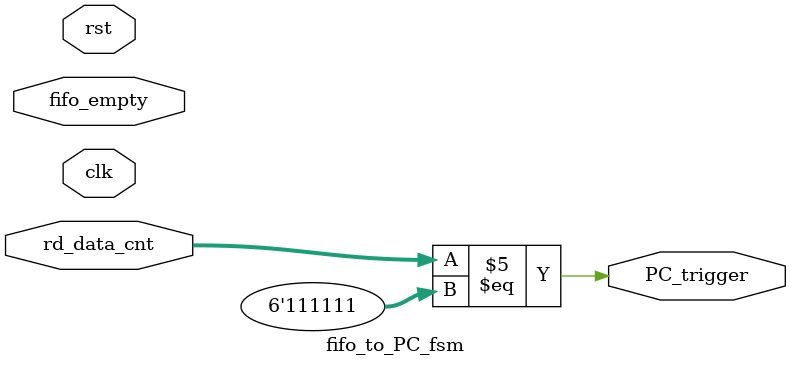
<source format=v>
`timescale 1ns / 1ps

`define RESET 2'b00
`define FIFO_out_WAIT 2'b01
`define FIFO_out_READ 2'b10

module fifo_to_PC_fsm(
    input wire rst,
    input wire clk,
    input wire fifo_empty,
    input wire [5:0] rd_data_cnt,
    output wire PC_trigger
    );
    
    reg [1:0] state;
    reg [1:0] state_next;
    
//    wire PC_trigger_next;
    
    always@* begin
        case (state)
            `RESET: state_next = `FIFO_out_WAIT;
            `FIFO_out_WAIT: state_next = (rd_data_cnt == 6'b111111) ? `FIFO_out_READ : `FIFO_out_WAIT;
            `FIFO_out_READ: state_next = (fifo_empty) ? `FIFO_out_WAIT : `FIFO_out_READ;
            default: state_next = state;
        endcase
    end
    
//    assign PC_trigger_next = (rd_data_cnt == 6'b111111);
    assign PC_trigger = (rd_data_cnt == 6'b111111);

    
    always@(posedge clk or posedge rst) begin
        if (rst) state <= 0;
        else state <= state_next;
    end
    
//    always@(posedge clk) begin
//        PC_trigger <= PC_trigger_next;
//    end
    
endmodule

</source>
